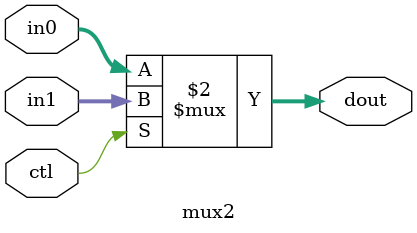
<source format=v>
`timescale 1ns / 1ps


module mux2 #(parameter WIDTH = 32 )
    (
    output wire [WIDTH-1:0] dout,
    input wire [WIDTH-1:0] in0,in1,
    input ctl
    );

    assign dout = (ctl == 1) ? in1 : in0 ;
endmodule

</source>
